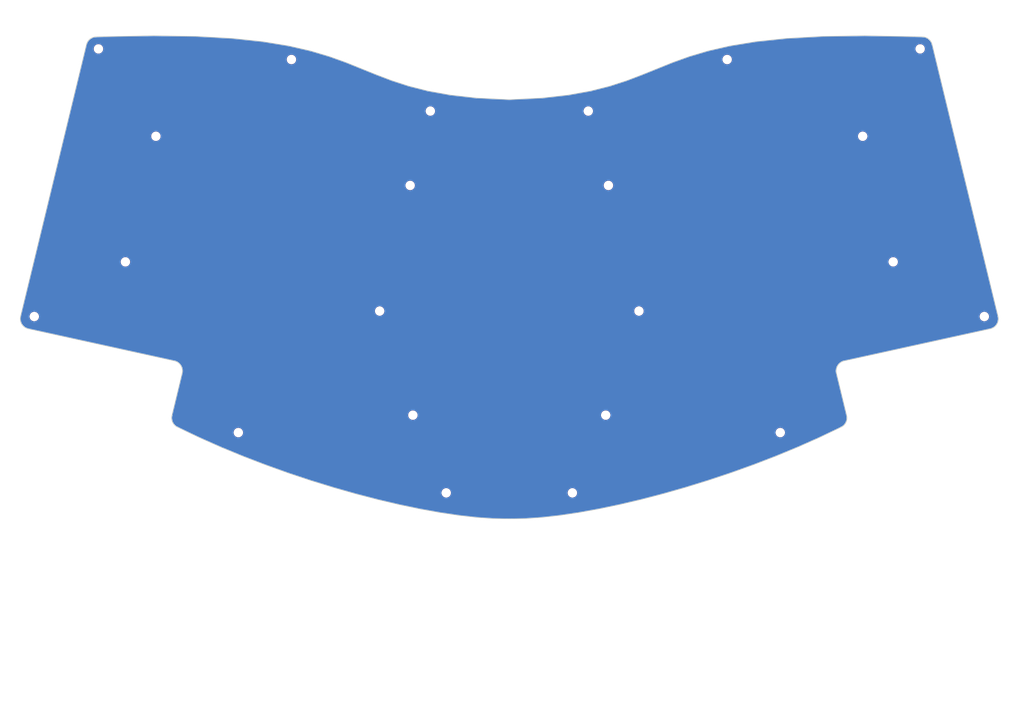
<source format=kicad_pcb>
(kicad_pcb (version 20211014) (generator pcbnew)
  (layers (0 "F.Cu" signal) (31 "B.Cu" signal) (34 "B.Paste" user) (35 "F.Paste" user) (36 "B.SilkS" user "B.Silkscreen") (37 "F.SilkS" user "F.Silkscreen") (38 "B.Mask" user) (39 "F.Mask" user) (44 "Edge.Cuts" user))
  (net 0 "")
  (footprint "footprints:thread_m2" (layer "F.Cu") (at 187.950103 61.804956)
    (fp_text reference "Ref**" hide)
    (fp_text value "Val**" hide)
    (pad "" np_thru_hole circle locked (at 0 0) (size 2.3 2.3) (drill 2.3) (layers *.Cu *.Mask))
  )
  (footprint "footprints:thread_m2" (layer "F.Cu") (at 182.009849 39.886054)
    (fp_text reference "Ref**" hide)
    (fp_text value "Val**" hide)
    (pad "" np_thru_hole circle locked (at 0 0) (size 2.3 2.3) (drill 2.3) (layers *.Cu *.Mask))
  )
  (footprint "footprints:thread_m2" (layer "F.Cu") (at 135.490153 39.886053)
    (fp_text reference "Ref**" hide)
    (fp_text value "Val**" hide)
    (pad "" np_thru_hole circle locked (at 0 0) (size 2.3 2.3) (drill 2.3) (layers *.Cu *.Mask))
  )
  (footprint "footprints:thread_m2" (layer "F.Cu") (at 18.829011 100.442617)
    (fp_text reference "Ref**" hide)
    (fp_text value "Val**" hide)
    (pad "" np_thru_hole circle locked (at 0 0) (size 2.3 2.3) (drill 2.3) (layers *.Cu *.Mask))
  )
  (footprint "footprints:thread_m2" (layer "F.Cu") (at 222.921561 24.688831)
    (fp_text reference "Ref**" hide)
    (fp_text value "Val**" hide)
    (pad "" np_thru_hole circle locked (at 0 0) (size 2.3 2.3) (drill 2.3) (layers *.Cu *.Mask))
  )
  (footprint "footprints:thread_m2" (layer "F.Cu") (at 129.5499 61.804956)
    (fp_text reference "Ref**" hide)
    (fp_text value "Val**" hide)
    (pad "" np_thru_hole circle locked (at 0 0) (size 2.3 2.3) (drill 2.3) (layers *.Cu *.Mask))
  )
  (footprint "footprints:thread_m2" (layer "F.Cu") (at 238.565479 134.651223)
    (fp_text reference "Ref**" hide)
    (fp_text value "Val**" hide)
    (pad "" np_thru_hole circle locked (at 0 0) (size 2.3 2.3) (drill 2.3) (layers *.Cu *.Mask))
  )
  (footprint "footprints:thread_m2" (layer "F.Cu") (at 140.16844 152.420498)
    (fp_text reference "Ref**" hide)
    (fp_text value "Val**" hide)
    (pad "" np_thru_hole circle locked (at 0 0) (size 2.3 2.3) (drill 2.3) (layers *.Cu *.Mask))
  )
  (footprint "footprints:thread_m2" (layer "F.Cu") (at 196.934867 98.830408)
    (fp_text reference "Ref**" hide)
    (fp_text value "Val**" hide)
    (pad "" np_thru_hole circle locked (at 0 0) (size 2.3 2.3) (drill 2.3) (layers *.Cu *.Mask))
  )
  (footprint "footprints:thread_m2" (layer "F.Cu") (at 271.828091 84.332012)
    (fp_text reference "Ref**" hide)
    (fp_text value "Val**" hide)
    (pad "" np_thru_hole circle locked (at 0 0) (size 2.3 2.3) (drill 2.3) (layers *.Cu *.Mask))
  )
  (footprint "footprints:thread_m2" (layer "F.Cu") (at 177.331561 152.420498)
    (fp_text reference "Ref**" hide)
    (fp_text value "Val**" hide)
    (pad "" np_thru_hole circle locked (at 0 0) (size 2.3 2.3) (drill 2.3) (layers *.Cu *.Mask))
  )
  (footprint "footprints:thread_m2" (layer "F.Cu") (at 94.578441 24.688831)
    (fp_text reference "Ref**" hide)
    (fp_text value "Val**" hide)
    (pad "" np_thru_hole circle locked (at 0 0) (size 2.3 2.3) (drill 2.3) (layers *.Cu *.Mask))
  )
  (footprint "footprints:thread_m2" (layer "F.Cu") (at 120.565135 98.830408)
    (fp_text reference "Ref**" hide)
    (fp_text value "Val**" hide)
    (pad "" np_thru_hole circle locked (at 0 0) (size 2.3 2.3) (drill 2.3) (layers *.Cu *.Mask))
  )
  (footprint "footprints:thread_m2" (layer "F.Cu") (at 279.768469 21.556429)
    (fp_text reference "Ref**" hide)
    (fp_text value "Val**" hide)
    (pad "" np_thru_hole circle locked (at 0 0) (size 2.3 2.3) (drill 2.3) (layers *.Cu *.Mask))
  )
  (footprint "footprints:thread_m2" (layer "F.Cu") (at 37.73153 21.556428)
    (fp_text reference "Ref**" hide)
    (fp_text value "Val**" hide)
    (pad "" np_thru_hole circle locked (at 0 0) (size 2.3 2.3) (drill 2.3) (layers *.Cu *.Mask))
  )
  (footprint "footprints:thread_m2" (layer "F.Cu") (at 262.843325 47.306562)
    (fp_text reference "Ref**" hide)
    (fp_text value "Val**" hide)
    (pad "" np_thru_hole circle locked (at 0 0) (size 2.3 2.3) (drill 2.3) (layers *.Cu *.Mask))
  )
  (footprint "footprints:thread_m2" (layer "F.Cu") (at 45.671912 84.332012)
    (fp_text reference "Ref**" hide)
    (fp_text value "Val**" hide)
    (pad "" np_thru_hole circle locked (at 0 0) (size 2.3 2.3) (drill 2.3) (layers *.Cu *.Mask))
  )
  (footprint "footprints:thread_m2" (layer "F.Cu") (at 187.151046 129.514551)
    (fp_text reference "Ref**" hide)
    (fp_text value "Val**" hide)
    (pad "" np_thru_hole circle locked (at 0 0) (size 2.3 2.3) (drill 2.3) (layers *.Cu *.Mask))
  )
  (footprint "footprints:thread_m2" (layer "F.Cu") (at 130.348957 129.51455)
    (fp_text reference "Ref**" hide)
    (fp_text value "Val**" hide)
    (pad "" np_thru_hole circle locked (at 0 0) (size 2.3 2.3) (drill 2.3) (layers *.Cu *.Mask))
  )
  (footprint "footprints:thread_m2" (layer "F.Cu") (at 78.934523 134.651223)
    (fp_text reference "Ref**" hide)
    (fp_text value "Val**" hide)
    (pad "" np_thru_hole circle locked (at 0 0) (size 2.3 2.3) (drill 2.3) (layers *.Cu *.Mask))
  )
  (footprint "footprints:thread_m2" (layer "F.Cu") (at 298.670991 100.442616)
    (fp_text reference "Ref**" hide)
    (fp_text value "Val**" hide)
    (pad "" np_thru_hole circle locked (at 0 0) (size 2.3 2.3) (drill 2.3) (layers *.Cu *.Mask))
  )
  (footprint "footprints:thread_m2" (layer "F.Cu") (at 54.656676 47.306562)
    (fp_text reference "Ref**" hide)
    (fp_text value "Val**" hide)
    (pad "" np_thru_hole circle locked (at 0 0) (size 2.3 2.3) (drill 2.3) (layers *.Cu *.Mask))
  )
  (gr_line (start 93.772561 20.6633) (end 100.195217 22.139092) (layer "Edge.Cuts") (width 0.204448))
  (gr_line (start 302.713521 100.381918) (end 302.713521 100.381918) (layer "Edge.Cuts") (width 0.204448))
  (gr_line (start 240.257106 18.464634) (end 250.878771 17.860569) (layer "Edge.Cuts") (width 0.204448))
  (gr_line (start 282.078543 18.5251) (end 282.177876 18.595869) (layer "Edge.Cuts") (width 0.204448))
  (gr_line (start 149.027016 159.649566) (end 143.825086 159.058532) (layer "Edge.Cuts") (width 0.204448))
  (gr_line (start 59.466431 131.328281) (end 59.424764 131.202685) (layer "Edge.Cuts") (width 0.204448))
  (gr_line (start 35.958113 18.233156) (end 36.072591 18.187834) (layer "Edge.Cuts") (width 0.204448))
  (gr_line (start 62.224393 115.285604) (end 62.163904 115.153127) (layer "Edge.Cuts") (width 0.204448))
  (gr_line (start 223.727442 20.663299) (end 231.292439 19.418677) (layer "Edge.Cuts") (width 0.204448))
  (gr_line (start 282.457709 18.831187) (end 282.544526 18.916969) (layer "Edge.Cuts") (width 0.204448))
  (gr_line (start 255.11736 117.189773) (end 255.11736 117.189773) (layer "Edge.Cuts") (width 0.204448))
  (gr_line (start 39.377603 17.940022) (end 39.377603 17.940022) (layer "Edge.Cuts") (width 0.204448))
  (gr_line (start 14.728704 100.686907) (end 14.753578 100.534493) (layer "Edge.Cuts") (width 0.204448))
  (gr_line (start 15.005402 102.419609) (end 14.944878 102.28707) (layer "Edge.Cuts") (width 0.204448))
  (gr_line (start 197.502964 154.402939) (end 191.184187 155.891538) (layer "Edge.Cuts") (width 0.204448))
  (gr_line (start 281.192273 18.111029) (end 281.310832 18.147092) (layer "Edge.Cuts") (width 0.204448))
  (gr_line (start 302.771297 100.686908) (end 302.788283 100.838933) (layer "Edge.Cuts") (width 0.204448))
  (gr_line (start 119.997039 154.40294) (end 113.513158 152.713721) (layer "Edge.Cuts") (width 0.204448))
  (gr_line (start 36.072591 18.187834) (end 36.189169 18.147091) (layer "Edge.Cuts") (width 0.204448))
  (gr_line (start 66.621232 17.86057) (end 77.242894 18.464631) (layer "Edge.Cuts") (width 0.204448))
  (gr_line (start 258.204409 130.14458) (end 258.208956 130.280373) (layer "Edge.Cuts") (width 0.204448))
  (gr_line (start 62.097213 115.023802) (end 62.024461 114.897856) (layer "Edge.Cuts") (width 0.204448))
  (gr_line (start 59.295594 130.144581) (end 59.306323 130.00831) (layer "Edge.Cuts") (width 0.204448))
  (gr_line (start 59.37652 129.598416) (end 62.382641 117.189773) (layer "Edge.Cuts") (width 0.204448))
  (gr_line (start 255.824358 114.43248) (end 255.728764 114.542603) (layer "Edge.Cuts") (width 0.204448))
  (gr_line (start 34.575304 19.396576) (end 34.643747 19.294221) (layer "Edge.Cuts") (width 0.204448))
  (gr_line (start 283.156882 19.835243) (end 283.203925 19.951733) (layer "Edge.Cuts") (width 0.204448))
  (gr_line (start 61.468509 114.226057) (end 61.357251 114.130217) (layer "Edge.Cuts") (width 0.204448))
  (gr_line (start 149.053054 36.021723) (end 158.750001 36.512498) (layer "Edge.Cuts") (width 0.204448))
  (gr_line (start 257.240738 132.534045) (end 257.140601 132.623068) (layer "Edge.Cuts") (width 0.204448))
  (gr_line (start 34.716107 19.194986) (end 34.792264 19.098966) (layer "Edge.Cuts") (width 0.204448))
  (gr_line (start 62.449248 116.133734) (end 62.428911 115.987187) (layer "Edge.Cuts") (width 0.204448))
  (gr_line (start 67.336886 136.070558) (end 61.175246 133.118687) (layer "Edge.Cuts") (width 0.204448))
  (gr_line (start 257.934221 131.573078) (end 257.876717 131.691925) (layer "Edge.Cuts") (width 0.204448))
  (gr_line (start 62.382641 117.189773) (end 62.382641 117.189773) (layer "Edge.Cuts") (width 0.204448))
  (gr_line (start 257.514529 132.243546) (end 257.427789 132.344108) (layer "Edge.Cuts") (width 0.204448))
  (gr_line (start 105.732864 23.786648) (end 110.642829 25.546558) (layer "Edge.Cuts") (width 0.204448))
  (gr_line (start 62.457365 116.733012) (end 62.466601 116.58169) (layer "Edge.Cuts") (width 0.204448))
  (gr_line (start 34.955477 18.916969) (end 35.042295 18.831187) (layer "Edge.Cuts") (width 0.204448))
  (gr_line (start 281.071855 18.079745) (end 281.192273 18.111029) (layer "Edge.Cuts") (width 0.204448))
  (gr_line (start 141.331671 35.138713) (end 149.053054 36.021723) (layer "Edge.Cuts") (width 0.204448))
  (gr_line (start 60.922532 133.001631) (end 60.80188 132.935383) (layer "Edge.Cuts") (width 0.204448))
  (gr_line (start 62.163904 115.153127) (end 62.097213 115.023802) (layer "Edge.Cuts") (width 0.204448))
  (gr_line (start 59.357901 130.945984) (end 59.332889 130.815231) (layer "Edge.Cuts") (width 0.204448))
  (gr_line (start 34.394687 19.721384) (end 34.450654 19.610255) (layer "Edge.Cuts") (width 0.204448))
  (gr_line (start 14.767618 101.729993) (end 14.740217 101.585145) (layer "Edge.Cuts") (width 0.204448))
  (gr_line (start 203.986844 152.713721) (end 197.502964 154.402939) (layer "Edge.Cuts") (width 0.204448))
  (gr_line (start 257.349548 113.530244) (end 257.349548 113.530244) (layer "Edge.Cuts") (width 0.204448))
  (gr_line (start 258.176674 129.871742) (end 258.193678 130.008309) (layer "Edge.Cuts") (width 0.204448))
  (gr_line (start 113.513158 152.713721) (end 106.909812 150.833392) (layer "Edge.Cuts") (width 0.204448))
  (gr_line (start 100.195217 22.139092) (end 105.732864 23.786648) (layer "Edge.Cuts") (width 0.204448))
  (gr_line (start 256.909127 113.672887) (end 256.770334 113.733946) (layer "Edge.Cuts") (width 0.204448))
  (gr_line (start 278.122399 17.940023) (end 278.122399 17.940023) (layer "Edge.Cuts") (width 0.204448))
  (gr_line (start 34.296076 19.951732) (end 34.343121 19.835242) (layer "Edge.Cuts") (width 0.204448))
  (gr_line (start 59.753498 131.921628) (end 59.685889 131.808169) (layer "Edge.Cuts") (width 0.204448))
  (gr_line (start 59.332889 130.815231) (end 59.313605 130.68312) (layer "Edge.Cuts") (width 0.204448))
  (gr_line (start 302.101712 103.030413) (end 302.006067 103.140582) (layer "Edge.Cuts") (width 0.204448))
  (gr_line (start 35.523621 18.458328) (end 35.628487 18.395651) (layer "Edge.Cuts") (width 0.204448))
  (gr_line (start 283.283961 20.192217) (end 283.316712 20.316018) (layer "Edge.Cuts") (width 0.204448))
  (gr_line (start 34.253679 20.070756) (end 34.296076 19.951732) (layer "Edge.Cuts") (width 0.204448))
  (gr_line (start 206.857173 25.546557) (end 211.767136 23.786646) (layer "Edge.Cuts") (width 0.204448))
  (gr_line (start 258.193678 130.008309) (end 258.204409 130.14458) (layer "Edge.Cuts") (width 0.204448))
  (gr_line (start 257.036182 132.707891) (end 256.927569 132.788335) (layer "Edge.Cuts") (width 0.204448))
  (gr_line (start 16.869004 104.002592) (end 16.722103 103.954954) (layer "Edge.Cuts") (width 0.204448))
  (gr_line (start 62.440388 116.884954) (end 62.457365 116.733012) (layer "Edge.Cuts") (width 0.204448))
  (gr_line (start 35.845853 18.282967) (end 35.958113 18.233156) (layer "Edge.Cuts") (width 0.204448))
  (gr_line (start 60.072213 132.344108) (end 59.985474 132.243547) (layer "Edge.Cuts") (width 0.204448))
  (gr_line (start 62.326205 115.559087) (end 62.27854 115.421001) (layer "Edge.Cuts") (width 0.204448))
  (gr_line (start 16.440316 103.839398) (end 16.305709 103.771943) (layer "Edge.Cuts") (width 0.204448))
  (gr_line (start 62.415528 117.037285) (end 62.440388 116.884954) (layer "Edge.Cuts") (width 0.204448))
  (gr_line (start 62.27854 115.421001) (end 62.224393 115.285604) (layer "Edge.Cuts") (width 0.204448))
  (gr_line (start 257.198876 113.570805) (end 257.052022 113.61843) (layer "Edge.Cuts") (width 0.204448))
  (gr_line (start 61.771238 114.542603) (end 61.675643 114.432478) (layer "Edge.Cuts") (width 0.204448))
  (gr_line (start 191.184187 155.891538) (end 185.076162 157.170007) (layer "Edge.Cuts") (width 0.204448))
  (gr_line (start 59.56578 131.573079) (end 59.513467 131.451805) (layer "Edge.Cuts") (width 0.204448))
  (gr_line (start 258.033572 131.328281) (end 257.986536 131.451805) (layer "Edge.Cuts") (width 0.204448))
  (gr_line (start 129.152428 32.521622) (end 134.783906 33.95221) (layer "Edge.Cuts") (width 0.204448))
  (gr_line (start 282.544526 18.916969) (end 282.627908 19.006262) (layer "Edge.Cuts") (width 0.204448))
  (gr_line (start 255.098472 115.842412) (end 255.071092 115.987187) (layer "Edge.Cuts") (width 0.204448))
  (gr_line (start 37.053863 17.998388) (end 37.053863 17.998388) (layer "Edge.Cuts") (width 0.204448))
  (gr_line (start 61.945788 114.775521) (end 61.861334 114.657025) (layer "Edge.Cuts") (width 0.204448))
  (gr_line (start 35.13242 18.74901) (end 35.225736 18.670539) (layer "Edge.Cuts") (width 0.204448))
  (gr_line (start 14.801925 101.872841) (end 14.767618 101.729993) (layer "Edge.Cuts") (width 0.204448))
  (gr_line (start 283.246324 20.070757) (end 283.283961 20.192217) (layer "Edge.Cuts") (width 0.204448))
  (gr_line (start 168.472986 159.649567) (end 163.664367 159.992441) (layer "Edge.Cuts") (width 0.204448))
  (gr_line (start 60.163506 132.440998) (end 60.072213 132.344108) (layer "Edge.Cuts") (width 0.204448))
  (gr_line (start 132.423842 157.170008) (end 126.315816 155.891538) (layer "Edge.Cuts") (width 0.204448))
  (gr_line (start 302.713521 100.381918) (end 302.746424 100.534494) (layer "Edge.Cuts") (width 0.204448))
  (gr_line (start 124.179908 30.906357) (end 129.152428 32.521622) (layer "Edge.Cuts") (width 0.204448))
  (gr_line (start 59.313605 130.68312) (end 59.300143 130.549821) (layer "Edge.Cuts") (width 0.204448))
  (gr_line (start 159.294704 160.077644) (end 159.294704 160.077644) (layer "Edge.Cuts") (width 0.204448))
  (gr_line (start 36.67407 18.031895) (end 36.799335 18.015526) (layer "Edge.Cuts") (width 0.204448))
  (gr_line (start 257.746503 131.92163) (end 257.673975 132.032131) (layer "Edge.Cuts") (width 0.204448))
  (gr_line (start 255.11736 117.189773) (end 258.123482 129.598415) (layer "Edge.Cuts") (width 0.204448))
  (gr_line (start 59.424764 131.202685) (end 59.388559 131.075193) (layer "Edge.Cuts") (width 0.204448))
  (gr_line (start 302.609308 102.15161) (end 302.555125 102.287071) (layer "Edge.Cuts") (width 0.204448))
  (gr_line (start 60.463819 132.707891) (end 60.3594 132.623068) (layer "Edge.Cuts") (width 0.204448))
  (gr_line (start 282.274264 18.67054) (end 282.367582 18.74901) (layer "Edge.Cuts") (width 0.204448))
  (gr_line (start 301.798834 103.347092) (end 301.687526 103.442972) (layer "Edge.Cuts") (width 0.204448))
  (gr_line (start 256.770334 113.733946) (end 256.635777 113.801376) (layer "Edge.Cuts") (width 0.204448))
  (gr_line (start 217.267361 148.771461) (end 210.590191 150.833393) (layer "Edge.Cuts") (width 0.204448))
  (gr_line (start 14.753578 100.534493) (end 14.786481 100.381918) (layer "Edge.Cuts") (width 0.204448))
  (gr_line (start 257.349548 113.530244) (end 257.198876 113.570805) (layer "Edge.Cuts") (width 0.204448))
  (gr_line (start 61.12006 113.954433) (end 60.994402 113.87495) (layer "Edge.Cuts") (width 0.204448))
  (gr_line (start 15.928726 103.533626) (end 15.812477 103.442972) (layer "Edge.Cuts") (width 0.204448))
  (gr_line (start 302.746424 100.534494) (end 302.771297 100.686908) (layer "Edge.Cuts") (width 0.204448))
  (gr_line (start 36.307728 18.111029) (end 36.428145 18.079743) (layer "Edge.Cuts") (width 0.204448))
  (gr_line (start 257.876717 131.691925) (end 257.814115 131.808169) (layer "Edge.Cuts") (width 0.204448))
  (gr_line (start 256.5056 113.874949) (end 256.379945 113.954434) (layer "Edge.Cuts") (width 0.204448))
  (gr_line (start 60.3594 132.623068) (end 60.259264 132.534044) (layer "Edge.Cuts") (width 0.204448))
  (gr_line (start 61.861334 114.657025) (end 61.771238 114.542603) (layer "Edge.Cuts") (width 0.204448))
  (gr_line (start 256.927569 132.788335) (end 256.814853 132.864227) (layer "Edge.Cuts") (width 0.204448))
  (gr_line (start 302.788283 100.838933) (end 302.797516 100.990336) (layer "Edge.Cuts") (width 0.204448))
  (gr_line (start 258.111443 131.075193) (end 258.075238 131.202684) (layer "Edge.Cuts") (width 0.204448))
  (gr_line (start 62.36725 115.699635) (end 62.326205 115.559087) (layer "Edge.Cuts") (width 0.204448))
  (gr_line (start 302.799145 101.140891) (end 302.793304 101.290361) (layer "Edge.Cuts") (width 0.204448))
  (gr_line (start 255.031769 116.431215) (end 255.033402 116.58169) (layer "Edge.Cuts") (width 0.204448))
  (gr_line (start 281.427412 18.187834) (end 281.54189 18.233157) (layer "Edge.Cuts") (width 0.204448))
  (gr_line (start 36.189169 18.147091) (end 36.307728 18.111029) (layer "Edge.Cuts") (width 0.204448))
  (gr_line (start 283.316712 20.316018) (end 302.713521 100.381918) (layer "Edge.Cuts") (width 0.204448))
  (gr_line (start 61.175246 133.118687) (end 61.175246 133.118687) (layer "Edge.Cuts") (width 0.204448))
  (gr_line (start 14.786481 100.381918) (end 14.786481 100.381918) (layer "Edge.Cuts") (width 0.204448))
  (gr_line (start 302.276356 102.79739) (end 302.191855 102.915939) (layer "Edge.Cuts") (width 0.204448))
  (gr_line (start 35.421458 18.525099) (end 35.523621 18.458328) (layer "Edge.Cuts") (width 0.204448))
  (gr_line (start 255.728764 114.542603) (end 255.638668 114.657025) (layer "Edge.Cuts") (width 0.204448))
  (gr_line (start 15.308147 102.915939) (end 15.223646 102.797391) (layer "Edge.Cuts") (width 0.204448))
  (gr_line (start 301.059687 103.839399) (end 300.92084 103.900478) (layer "Edge.Cuts") (width 0.204448))
  (gr_line (start 280.574031 18.004324) (end 280.700667 18.015525) (layer "Edge.Cuts") (width 0.204448))
  (gr_line (start 163.664367 159.992441) (end 158.750001 160.077645) (layer "Edge.Cuts") (width 0.204448))
  (gr_line (start 197.890979 29.165819) (end 206.857173 25.546557) (layer "Edge.Cuts") (width 0.204448))
  (gr_line (start 250.878771 17.860569) (end 263.414758 17.665897) (layer "Edge.Cuts") (width 0.204448))
  (gr_line (start 59.685889 131.808169) (end 59.623285 131.691926) (layer "Edge.Cuts") (width 0.204448))
  (gr_line (start 301.324519 103.698342) (end 301.194293 103.771942) (layer "Edge.Cuts") (width 0.204448))
  (gr_line (start 73.698554 138.897877) (end 67.336886 136.070558) (layer "Edge.Cuts") (width 0.204448))
  (gr_line (start 59.306323 130.00831) (end 59.323329 129.871742) (layer "Edge.Cuts") (width 0.204448))
  (gr_line (start 281.764063 18.337164) (end 281.871515 18.395651) (layer "Edge.Cuts") (width 0.204448))
  (gr_line (start 255.475541 114.897856) (end 255.402789 115.023801) (layer "Edge.Cuts") (width 0.204448))
  (gr_line (start 257.986536 131.451805) (end 257.934221 131.573078) (layer "Edge.Cuts") (width 0.204448))
  (gr_line (start 34.343121 19.835242) (end 34.394687 19.721384) (layer "Edge.Cuts") (width 0.204448))
  (gr_line (start 256.635777 113.801376) (end 256.5056 113.874949) (layer "Edge.Cuts") (width 0.204448))
  (gr_line (start 15.594941 103.246219) (end 15.493934 103.140583) (layer "Edge.Cuts") (width 0.204448))
  (gr_line (start 193.320091 30.906356) (end 197.890979 29.165819) (layer "Edge.Cuts") (width 0.204448))
  (gr_line (start 77.242894 18.464631) (end 86.207561 19.418677) (layer "Edge.Cuts") (width 0.204448))
  (gr_line (start 282.707738 19.098966) (end 282.783894 19.194983) (layer "Edge.Cuts") (width 0.204448))
  (gr_line (start 255.638668 114.657025) (end 255.554213 114.77552) (layer "Edge.Cuts") (width 0.204448))
  (gr_line (start 302.355073 102.675) (end 302.276356 102.79739) (layer "Edge.Cuts") (width 0.204448))
  (gr_line (start 34.510901 19.501953) (end 34.575304 19.396576) (layer "Edge.Cuts") (width 0.204448))
  (gr_line (start 62.462401 116.281819) (end 62.449248 116.133734) (layer "Edge.Cuts") (width 0.204448))
  (gr_line (start 60.150455 113.530244) (end 60.150455 113.530244) (layer "Edge.Cuts") (width 0.204448))
  (gr_line (start 37.053863 17.998388) (end 39.377603 17.940022) (layer "Edge.Cuts") (width 0.204448))
  (gr_line (start 35.73594 18.337164) (end 35.845853 18.282967) (layer "Edge.Cuts") (width 0.204448))
  (gr_line (start 14.890695 102.151608) (end 14.842996 102.013456) (layer "Edge.Cuts") (width 0.204448))
  (gr_line (start 35.322126 18.595869) (end 35.421458 18.525099) (layer "Edge.Cuts") (width 0.204448))
  (gr_line (start 283.203925 19.951733) (end 283.246324 20.070757) (layer "Edge.Cuts") (width 0.204448))
  (gr_line (start 258.167113 130.815232) (end 258.142102 130.945983) (layer "Edge.Cuts") (width 0.204448))
  (gr_line (start 62.382641 117.189773) (end 62.415528 117.037285) (layer "Edge.Cuts") (width 0.204448))
  (gr_line (start 106.909812 150.833392) (end 100.23264 148.77146) (layer "Edge.Cuts") (width 0.204448))
  (gr_line (start 61.241056 114.039598) (end 61.12006 113.954433) (layer "Edge.Cuts") (width 0.204448))
  (gr_line (start 119.609022 29.16582) (end 124.179908 30.906357) (layer "Edge.Cuts") (width 0.204448))
  (gr_line (start 256.452984 133.062791) (end 256.324756 133.118687) (layer "Edge.Cuts") (width 0.204448))
  (gr_line (start 258.075238 131.202684) (end 258.033572 131.328281) (layer "Edge.Cuts") (width 0.204448))
  (gr_line (start 15.812477 103.442972) (end 15.701168 103.347092) (layer "Edge.Cuts") (width 0.204448))
  (gr_line (start 36.550299 18.053333) (end 36.67407 18.031895) (layer "Edge.Cuts") (width 0.204448))
  (gr_line (start 255.071092 115.987187) (end 255.050754 116.133733) (layer "Edge.Cuts") (width 0.204448))
  (gr_line (start 188.347573 32.521623) (end 193.320091 30.906356) (layer "Edge.Cuts") (width 0.204448))
  (gr_line (start 15.072133 102.548996) (end 15.005402 102.419609) (layer "Edge.Cuts") (width 0.204448))
  (gr_line (start 282.989102 19.501954) (end 283.049348 19.610256) (layer "Edge.Cuts") (width 0.204448))
  (gr_line (start 34.450654 19.610255) (end 34.510901 19.501953) (layer "Edge.Cuts") (width 0.204448))
  (gr_line (start 257.814115 131.808169) (end 257.746503 131.92163) (layer "Edge.Cuts") (width 0.204448))
  (gr_line (start 153.835635 159.99244) (end 149.027016 159.649566) (layer "Edge.Cuts") (width 0.204448))
  (gr_line (start 62.401531 115.842412) (end 62.36725 115.699635) (layer "Edge.Cuts") (width 0.204448))
  (gr_line (start 255.221462 115.421002) (end 255.173797 115.559087) (layer "Edge.Cuts") (width 0.204448))
  (gr_line (start 35.628487 18.395651) (end 35.73594 18.337164) (layer "Edge.Cuts") (width 0.204448))
  (gr_line (start 256.031493 114.226057) (end 255.925316 114.326888) (layer "Edge.Cuts") (width 0.204448))
  (gr_line (start 17.01972 104.043167) (end 17.01972 104.043167) (layer "Edge.Cuts") (width 0.204448))
  (gr_line (start 231.292439 19.418677) (end 240.257106 18.464634) (layer "Edge.Cuts") (width 0.204448))
  (gr_line (start 59.903382 132.139496) (end 59.826026 132.032131) (layer "Edge.Cuts") (width 0.204448))
  (gr_line (start 16.049772 103.618827) (end 15.928726 103.533626) (layer "Edge.Cuts") (width 0.204448))
  (gr_line (start 217.304785 22.139091) (end 223.727442 20.663299) (layer "Edge.Cuts") (width 0.204448))
  (gr_line (start 110.642829 25.546558) (end 119.609022 29.16582) (layer "Edge.Cuts") (width 0.204448))
  (gr_line (start 256.324756 133.118687) (end 250.163116 136.070557) (layer "Edge.Cuts") (width 0.204448))
  (gr_line (start 283.316712 20.316018) (end 283.316712 20.316018) (layer "Edge.Cuts") (width 0.204448))
  (gr_line (start 173.674918 159.058531) (end 168.472986 159.649567) (layer "Edge.Cuts") (width 0.204448))
  (gr_line (start 93.527288 146.537436) (end 86.839394 144.140824) (layer "Edge.Cuts") (width 0.204448))
  (gr_line (start 302.494599 102.419608) (end 302.427868 102.548997) (layer "Edge.Cuts") (width 0.204448))
  (gr_line (start 256.698124 132.935382) (end 256.57747 133.00163) (layer "Edge.Cuts") (width 0.204448))
  (gr_line (start 60.590875 113.672887) (end 60.447979 113.618431) (layer "Edge.Cuts") (width 0.204448))
  (gr_line (start 86.207561 19.418677) (end 93.772561 20.6633) (layer "Edge.Cuts") (width 0.204448))
  (gr_line (start 60.80188 132.935383) (end 60.685148 132.864226) (layer "Edge.Cuts") (width 0.204448))
  (gr_line (start 258.199859 130.549821) (end 258.186398 130.68312) (layer "Edge.Cuts") (width 0.204448))
  (gr_line (start 34.216041 20.192217) (end 34.253679 20.070756) (layer "Edge.Cuts") (width 0.204448))
  (gr_line (start 14.71172 100.838934) (end 14.728704 100.686907) (layer "Edge.Cuts") (width 0.204448))
  (gr_line (start 258.207409 130.415513) (end 258.199859 130.549821) (layer "Edge.Cuts") (width 0.204448))
  (gr_line (start 34.183291 20.316019) (end 34.183291 20.316019) (layer "Edge.Cuts") (width 0.204448))
  (gr_line (start 158.750001 160.077645) (end 153.835635 159.99244) (layer "Edge.Cuts") (width 0.204448))
  (gr_line (start 257.596621 132.139496) (end 257.514529 132.243546) (layer "Edge.Cuts") (width 0.204448))
  (gr_line (start 14.786481 100.381918) (end 34.183291 20.316019) (layer "Edge.Cuts") (width 0.204448))
  (gr_line (start 158.750001 36.512498) (end 168.446949 36.021723) (layer "Edge.Cuts") (width 0.204448))
  (gr_line (start 255.037601 116.28182) (end 255.031769 116.431215) (layer "Edge.Cuts") (width 0.204448))
  (gr_line (start 255.173797 115.559087) (end 255.132752 115.699635) (layer "Edge.Cuts") (width 0.204448))
  (gr_line (start 282.627908 19.006262) (end 282.707738 19.098966) (layer "Edge.Cuts") (width 0.204448))
  (gr_line (start 59.37652 129.598416) (end 59.37652 129.598416) (layer "Edge.Cuts") (width 0.204448))
  (gr_line (start 257.427789 132.344108) (end 257.336496 132.440998) (layer "Edge.Cuts") (width 0.204448))
  (gr_line (start 282.177876 18.595869) (end 282.274264 18.67054) (layer "Edge.Cuts") (width 0.204448))
  (gr_line (start 15.223646 102.797391) (end 15.144928 102.675) (layer "Edge.Cuts") (width 0.204448))
  (gr_line (start 255.336097 115.153127) (end 255.275609 115.285604) (layer "Edge.Cuts") (width 0.204448))
  (gr_line (start 61.675643 114.432478) (end 61.574686 114.326888) (layer "Edge.Cuts") (width 0.204448))
  (gr_line (start 255.050754 116.133733) (end 255.037601 116.28182) (layer "Edge.Cuts") (width 0.204448))
  (gr_line (start 300.777899 103.954953) (end 300.630998 104.002594) (layer "Edge.Cuts") (width 0.204448))
  (gr_line (start 255.132752 115.699635) (end 255.098472 115.842412) (layer "Edge.Cuts") (width 0.204448))
  (gr_line (start 14.700857 101.14089) (end 14.702485 100.990335) (layer "Edge.Cuts") (width 0.204448))
  (gr_line (start 302.780138 101.438524) (end 302.759784 101.585144) (layer "Edge.Cuts") (width 0.204448))
  (gr_line (start 278.122399 17.940023) (end 280.446139 17.998387) (layer "Edge.Cuts") (width 0.204448))
  (gr_line (start 256.379945 113.954434) (end 256.258947 114.039599) (layer "Edge.Cuts") (width 0.204448))
  (gr_line (start 59.292593 130.415512) (end 59.291046 130.280373) (layer "Edge.Cuts") (width 0.204448))
  (gr_line (start 280.446139 17.998387) (end 280.574031 18.004324) (layer "Edge.Cuts") (width 0.204448))
  (gr_line (start 59.291046 130.280373) (end 59.295594 130.144581) (layer "Edge.Cuts") (width 0.204448))
  (gr_line (start 36.428145 18.079743) (end 36.550299 18.053333) (layer "Edge.Cuts") (width 0.204448))
  (gr_line (start 255.084474 117.037284) (end 255.11736 117.189773) (layer "Edge.Cuts") (width 0.204448))
  (gr_line (start 34.643747 19.294221) (end 34.716107 19.194986) (layer "Edge.Cuts") (width 0.204448))
  (gr_line (start 15.144928 102.675) (end 15.072133 102.548996) (layer "Edge.Cuts") (width 0.204448))
  (gr_line (start 300.92084 103.900478) (end 300.777899 103.954953) (layer "Edge.Cuts") (width 0.204448))
  (gr_line (start 60.729668 113.733946) (end 60.590875 113.672887) (layer "Edge.Cuts") (width 0.204448))
  (gr_line (start 34.183291 20.316019) (end 34.216041 20.192217) (layer "Edge.Cuts") (width 0.204448))
  (gr_line (start 302.698076 101.87284) (end 302.657006 102.013456) (layer "Edge.Cuts") (width 0.204448))
  (gr_line (start 302.006067 103.140582) (end 301.905061 103.246219) (layer "Edge.Cuts") (width 0.204448))
  (gr_line (start 182.716097 33.95221) (end 188.347573 32.521623) (layer "Edge.Cuts") (width 0.204448))
  (gr_line (start 59.323329 129.871742) (end 59.346696 129.735051) (layer "Edge.Cuts") (width 0.204448))
  (gr_line (start 59.513467 131.451805) (end 59.466431 131.328281) (layer "Edge.Cuts") (width 0.204448))
  (gr_line (start 281.976382 18.458328) (end 282.078543 18.5251) (layer "Edge.Cuts") (width 0.204448))
  (gr_line (start 61.574686 114.326888) (end 61.468509 114.226057) (layer "Edge.Cuts") (width 0.204448))
  (gr_line (start 35.225736 18.670539) (end 35.322126 18.595869) (layer "Edge.Cuts") (width 0.204448))
  (gr_line (start 302.793304 101.290361) (end 302.780138 101.438524) (layer "Edge.Cuts") (width 0.204448))
  (gr_line (start 62.468234 116.431215) (end 62.462401 116.281819) (layer "Edge.Cuts") (width 0.204448))
  (gr_line (start 256.14275 114.130216) (end 256.031493 114.226057) (layer "Edge.Cuts") (width 0.204448))
  (gr_line (start 185.076162 157.170007) (end 179.224525 158.228842) (layer "Edge.Cuts") (width 0.204448))
  (gr_line (start 34.872094 19.006262) (end 34.955477 18.916969) (layer "Edge.Cuts") (width 0.204448))
  (gr_line (start 281.654148 18.282966) (end 281.764063 18.337164) (layer "Edge.Cuts") (width 0.204448))
  (gr_line (start 80.214603 141.591136) (end 73.698554 138.897877) (layer "Edge.Cuts") (width 0.204448))
  (gr_line (start 257.673975 132.032131) (end 257.596621 132.139496) (layer "Edge.Cuts") (width 0.204448))
  (gr_line (start 61.357251 114.130217) (end 61.241056 114.039598) (layer "Edge.Cuts") (width 0.204448))
  (gr_line (start 283.105315 19.721384) (end 283.156882 19.835243) (layer "Edge.Cuts") (width 0.204448))
  (gr_line (start 256.324756 133.118687) (end 256.324756 133.118687) (layer "Edge.Cuts") (width 0.204448))
  (gr_line (start 256.258947 114.039599) (end 256.14275 114.130216) (layer "Edge.Cuts") (width 0.204448))
  (gr_line (start 255.033402 116.58169) (end 255.042635 116.733011) (layer "Edge.Cuts") (width 0.204448))
  (gr_line (start 34.792264 19.098966) (end 34.872094 19.006262) (layer "Edge.Cuts") (width 0.204448))
  (gr_line (start 280.949704 18.053333) (end 281.071855 18.079745) (layer "Edge.Cuts") (width 0.204448))
  (gr_line (start 257.140601 132.623068) (end 257.036182 132.707891) (layer "Edge.Cuts") (width 0.204448))
  (gr_line (start 59.826026 132.032131) (end 59.753498 131.921628) (layer "Edge.Cuts") (width 0.204448))
  (gr_line (start 255.059615 116.884954) (end 255.084474 117.037284) (layer "Edge.Cuts") (width 0.204448))
  (gr_line (start 59.300143 130.549821) (end 59.292593 130.415512) (layer "Edge.Cuts") (width 0.204448))
  (gr_line (start 15.701168 103.347092) (end 15.594941 103.246219) (layer "Edge.Cuts") (width 0.204448))
  (gr_line (start 301.905061 103.246219) (end 301.798834 103.347092) (layer "Edge.Cuts") (width 0.204448))
  (gr_line (start 39.377603 17.940022) (end 54.085244 17.665898) (layer "Edge.Cuts") (width 0.204448))
  (gr_line (start 86.839394 144.140824) (end 80.214603 141.591136) (layer "Edge.Cuts") (width 0.204448))
  (gr_line (start 301.194293 103.771942) (end 301.059687 103.839399) (layer "Edge.Cuts") (width 0.204448))
  (gr_line (start 256.324756 133.118687) (end 256.324756 133.118687) (layer "Edge.Cuts") (width 0.204448))
  (gr_line (start 250.163116 136.070557) (end 243.801449 138.897877) (layer "Edge.Cuts") (width 0.204448))
  (gr_line (start 14.706696 101.290363) (end 14.700857 101.14089) (layer "Edge.Cuts") (width 0.204448))
  (gr_line (start 62.024461 114.897856) (end 61.945788 114.775521) (layer "Edge.Cuts") (width 0.204448))
  (gr_line (start 258.123482 129.598415) (end 258.153306 129.735051) (layer "Edge.Cuts") (width 0.204448))
  (gr_line (start 280.825933 18.031895) (end 280.949704 18.053333) (layer "Edge.Cuts") (width 0.204448))
  (gr_line (start 258.208956 130.280373) (end 258.207409 130.415513) (layer "Edge.Cuts") (width 0.204448))
  (gr_line (start 263.414758 17.665897) (end 278.122399 17.940023) (layer "Edge.Cuts") (width 0.204448))
  (gr_line (start 60.259264 132.534044) (end 60.163506 132.440998) (layer "Edge.Cuts") (width 0.204448))
  (gr_line (start 126.315816 155.891538) (end 119.997039 154.40294) (layer "Edge.Cuts") (width 0.204448))
  (gr_line (start 256.57747 133.00163) (end 256.452984 133.062791) (layer "Edge.Cuts") (width 0.204448))
  (gr_line (start 15.493934 103.140583) (end 15.398288 103.03041) (layer "Edge.Cuts") (width 0.204448))
  (gr_line (start 283.049348 19.610256) (end 283.105315 19.721384) (layer "Edge.Cuts") (width 0.204448))
  (gr_line (start 300.480282 104.043166) (end 257.349548 113.530244) (layer "Edge.Cuts") (width 0.204448))
  (gr_line (start 256.814853 132.864227) (end 256.698124 132.935382) (layer "Edge.Cuts") (width 0.204448))
  (gr_line (start 143.825086 159.058532) (end 138.275478 158.228841) (layer "Edge.Cuts") (width 0.204448))
  (gr_line (start 60.864225 113.801376) (end 60.729668 113.733946) (layer "Edge.Cuts") (width 0.204448))
  (gr_line (start 258.186398 130.68312) (end 258.167113 130.815232) (layer "Edge.Cuts") (width 0.204448))
  (gr_line (start 17.01972 104.043167) (end 16.869004 104.002592) (layer "Edge.Cuts") (width 0.204448))
  (gr_line (start 258.142102 130.945983) (end 258.111443 131.075193) (layer "Edge.Cuts") (width 0.204448))
  (gr_line (start 210.590191 150.833393) (end 203.986844 152.713721) (layer "Edge.Cuts") (width 0.204448))
  (gr_line (start 302.191855 102.915939) (end 302.101712 103.030413) (layer "Edge.Cuts") (width 0.204448))
  (gr_line (start 300.480282 104.043166) (end 300.480282 104.043166) (layer "Edge.Cuts") (width 0.204448))
  (gr_line (start 281.54189 18.233157) (end 281.654148 18.282966) (layer "Edge.Cuts") (width 0.204448))
  (gr_line (start 255.275609 115.285604) (end 255.221462 115.421002) (layer "Edge.Cuts") (width 0.204448))
  (gr_line (start 211.767136 23.786646) (end 217.304785 22.139091) (layer "Edge.Cuts") (width 0.204448))
  (gr_line (start 15.398288 103.03041) (end 15.308147 102.915939) (layer "Edge.Cuts") (width 0.204448))
  (gr_line (start 258.123482 129.598415) (end 258.123482 129.598415) (layer "Edge.Cuts") (width 0.204448))
  (gr_line (start 255.554213 114.77552) (end 255.475541 114.897856) (layer "Edge.Cuts") (width 0.204448))
  (gr_line (start 302.555125 102.287071) (end 302.494599 102.419608) (layer "Edge.Cuts") (width 0.204448))
  (gr_line (start 258.153306 129.735051) (end 258.176674 129.871742) (layer "Edge.Cuts") (width 0.204448))
  (gr_line (start 301.571277 103.533627) (end 301.450227 103.618827) (layer "Edge.Cuts") (width 0.204448))
  (gr_line (start 255.925316 114.326888) (end 255.824358 114.43248) (layer "Edge.Cuts") (width 0.204448))
  (gr_line (start 223.972714 146.537435) (end 217.267361 148.771461) (layer "Edge.Cuts") (width 0.204448))
  (gr_line (start 282.783894 19.194983) (end 282.856255 19.294221) (layer "Edge.Cuts") (width 0.204448))
  (gr_line (start 255.042635 116.733011) (end 255.059615 116.884954) (layer "Edge.Cuts") (width 0.204448))
  (gr_line (start 302.797516 100.990336) (end 302.799145 101.140891) (layer "Edge.Cuts") (width 0.204448))
  (gr_line (start 158.205297 160.077646) (end 158.205297 160.077646) (layer "Edge.Cuts") (width 0.204448))
  (gr_line (start 36.799335 18.015526) (end 36.92597 18.004324) (layer "Edge.Cuts") (width 0.204448))
  (gr_line (start 16.722103 103.954954) (end 16.57916 103.900479) (layer "Edge.Cuts") (width 0.204448))
  (gr_line (start 60.994402 113.87495) (end 60.864225 113.801376) (layer "Edge.Cuts") (width 0.204448))
  (gr_line (start 61.175246 133.118687) (end 61.175246 133.118687) (layer "Edge.Cuts") (width 0.204448))
  (gr_line (start 62.466601 116.58169) (end 62.468234 116.431215) (layer "Edge.Cuts") (width 0.204448))
  (gr_line (start 60.572433 132.788335) (end 60.463819 132.707891) (layer "Edge.Cuts") (width 0.204448))
  (gr_line (start 14.702485 100.990335) (end 14.71172 100.838934) (layer "Edge.Cuts") (width 0.204448))
  (gr_line (start 281.310832 18.147092) (end 281.427412 18.187834) (layer "Edge.Cuts") (width 0.204448))
  (gr_line (start 280.700667 18.015525) (end 280.825933 18.031895) (layer "Edge.Cuts") (width 0.204448))
  (gr_line (start 60.150455 113.530244) (end 17.01972 104.043167) (layer "Edge.Cuts") (width 0.204448))
  (gr_line (start 14.719864 101.438524) (end 14.706696 101.290363) (layer "Edge.Cuts") (width 0.204448))
  (gr_line (start 255.402789 115.023801) (end 255.336097 115.153127) (layer "Edge.Cuts") (width 0.204448))
  (gr_line (start 61.047019 133.06279) (end 60.922532 133.001631) (layer "Edge.Cuts") (width 0.204448))
  (gr_line (start 302.732385 101.729994) (end 302.698076 101.87284) (layer "Edge.Cuts") (width 0.204448))
  (gr_line (start 60.685148 132.864226) (end 60.572433 132.788335) (layer "Edge.Cuts") (width 0.204448))
  (gr_line (start 282.924698 19.396577) (end 282.989102 19.501954) (layer "Edge.Cuts") (width 0.204448))
  (gr_line (start 61.175246 133.118687) (end 61.047019 133.06279) (layer "Edge.Cuts") (width 0.204448))
  (gr_line (start 168.446949 36.021723) (end 176.168331 35.138713) (layer "Edge.Cuts") (width 0.204448))
  (gr_line (start 14.740217 101.585145) (end 14.719864 101.438524) (layer "Edge.Cuts") (width 0.204448))
  (gr_line (start 281.871515 18.395651) (end 281.976382 18.458328) (layer "Edge.Cuts") (width 0.204448))
  (gr_line (start 302.427868 102.548997) (end 302.355073 102.675) (layer "Edge.Cuts") (width 0.204448))
  (gr_line (start 60.301128 113.570806) (end 60.150455 113.530244) (layer "Edge.Cuts") (width 0.204448))
  (gr_line (start 16.57916 103.900479) (end 16.440316 103.839398) (layer "Edge.Cuts") (width 0.204448))
  (gr_line (start 301.687526 103.442972) (end 301.571277 103.533627) (layer "Edge.Cuts") (width 0.204448))
  (gr_line (start 257.336496 132.440998) (end 257.240738 132.534045) (layer "Edge.Cuts") (width 0.204448))
  (gr_line (start 36.92597 18.004324) (end 37.053863 17.998388) (layer "Edge.Cuts") (width 0.204448))
  (gr_line (start 16.305709 103.771943) (end 16.175483 103.698343) (layer "Edge.Cuts") (width 0.204448))
  (gr_line (start 59.985474 132.243547) (end 59.903382 132.139496) (layer "Edge.Cuts") (width 0.204448))
  (gr_line (start 14.944878 102.28707) (end 14.890695 102.151608) (layer "Edge.Cuts") (width 0.204448))
  (gr_line (start 14.842996 102.013456) (end 14.801925 101.872841) (layer "Edge.Cuts") (width 0.204448))
  (gr_line (start 35.042295 18.831187) (end 35.13242 18.74901) (layer "Edge.Cuts") (width 0.204448))
  (gr_line (start 282.856255 19.294221) (end 282.924698 19.396577) (layer "Edge.Cuts") (width 0.204448))
  (gr_line (start 59.623285 131.691926) (end 59.56578 131.573079) (layer "Edge.Cuts") (width 0.204448))
  (gr_line (start 54.085244 17.665898) (end 66.621232 17.86057) (layer "Edge.Cuts") (width 0.204448))
  (gr_line (start 300.630998 104.002594) (end 300.480282 104.043166) (layer "Edge.Cuts") (width 0.204448))
  (gr_line (start 282.367582 18.74901) (end 282.457709 18.831187) (layer "Edge.Cuts") (width 0.204448))
  (gr_line (start 16.175483 103.698343) (end 16.049772 103.618827) (layer "Edge.Cuts") (width 0.204448))
  (gr_line (start 237.2854 141.591136) (end 230.660607 144.140825) (layer "Edge.Cuts") (width 0.204448))
  (gr_line (start 59.388559 131.075193) (end 59.357901 130.945984) (layer "Edge.Cuts") (width 0.204448))
  (gr_line (start 243.801449 138.897877) (end 237.2854 141.591136) (layer "Edge.Cuts") (width 0.204448))
  (gr_line (start 301.450227 103.618827) (end 301.324519 103.698342) (layer "Edge.Cuts") (width 0.204448))
  (gr_line (start 60.447979 113.618431) (end 60.301128 113.570806) (layer "Edge.Cuts") (width 0.204448))
  (gr_line (start 176.168331 35.138713) (end 182.716097 33.95221) (layer "Edge.Cuts") (width 0.204448))
  (gr_line (start 62.428911 115.987187) (end 62.401531 115.842412) (layer "Edge.Cuts") (width 0.204448))
  (gr_line (start 257.052022 113.61843) (end 256.909127 113.672887) (layer "Edge.Cuts") (width 0.204448))
  (gr_line (start 59.346696 129.735051) (end 59.37652 129.598416) (layer "Edge.Cuts") (width 0.204448))
  (gr_line (start 134.783906 33.95221) (end 141.331671 35.138713) (layer "Edge.Cuts") (width 0.204448))
  (gr_line (start 100.23264 148.77146) (end 93.527288 146.537436) (layer "Edge.Cuts") (width 0.204448))
  (gr_line (start 179.224525 158.228842) (end 173.674918 159.058531) (layer "Edge.Cuts") (width 0.204448))
  (gr_line (start 138.275478 158.228841) (end 132.423842 157.170008) (layer "Edge.Cuts") (width 0.204448))
  (gr_line (start 280.446139 17.998387) (end 280.446139 17.998387) (layer "Edge.Cuts") (width 0.204448))
  (gr_line (start 230.660607 144.140825) (end 223.972714 146.537435) (layer "Edge.Cuts") (width 0.204448))
  (gr_line (start 302.759784 101.585144) (end 302.732385 101.729994) (layer "Edge.Cuts") (width 0.204448))
  (gr_line (start 302.657006 102.013456) (end 302.609308 102.15161) (layer "Edge.Cuts") (width 0.204448))
  (zone (net 0) (net_name "") (layers F&B.Cu) (connect_pads (clearance 0)) (min_thickness 0.254) (fill yes (thermal_gap 0.508) (thermal_bridge_width 0.508))
    (polygon (pts (xy 309.5625 115.8875) (xy 173.0375 219.075) (xy 8.73125 118.26875) (xy 8.73125 7.14375) (xy 310.35625 7.14375)))
  )
)
</source>
